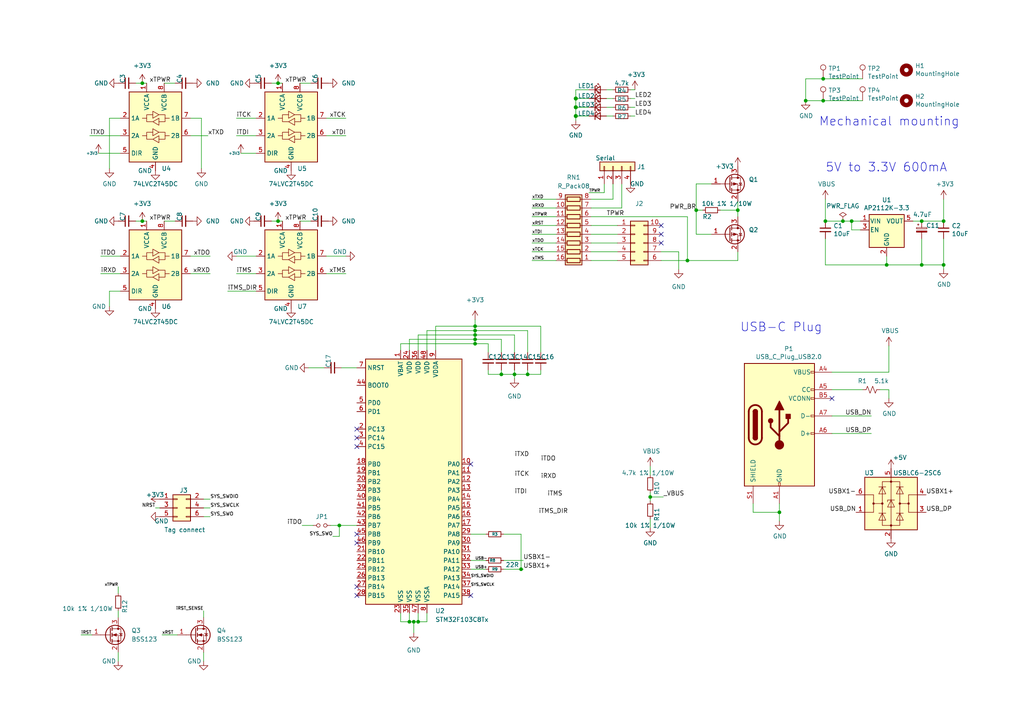
<source format=kicad_sch>
(kicad_sch (version 20210621) (generator eeschema)
  (paper "A4")
  (title_block (title "Expansion Card Template") (date "2020-12-12") (rev "X1") (company "Framework") (comment 1 "This work is licensed under a Creative Commons Attribution 4.0 International License") (comment 4 "https://frame.work"))
  (junction (at 41.275 24.13))
  (junction (at 41.275 64.135))
  (junction (at 80.645 24.13))
  (junction (at 80.645 64.135))
  (junction (at 98.425 152.4))
  (junction (at 118.745 180.34))
  (junction (at 120.015 180.34))
  (junction (at 121.285 180.34))
  (junction (at 137.795 94.615))
  (junction (at 137.795 95.885))
  (junction (at 137.795 97.155))
  (junction (at 137.795 98.425))
  (junction (at 137.795 99.695))
  (junction (at 145.415 108.585))
  (junction (at 149.225 108.585))
  (junction (at 151.13 165.1))
  (junction (at 153.035 108.585))
  (junction (at 167.005 28.575) (diameter 1.016))
  (junction (at 167.005 31.115) (diameter 1.016))
  (junction (at 167.005 33.655) (diameter 1.016))
  (junction (at 188.595 144.145))
  (junction (at 199.39 75.565))
  (junction (at 201.93 60.96))
  (junction (at 213.995 60.96))
  (junction (at 226.06 148.59))
  (junction (at 233.68 29.21))
  (junction (at 238.76 22.86))
  (junction (at 238.76 29.21))
  (junction (at 239.395 64.135))
  (junction (at 244.475 64.135))
  (junction (at 247.015 64.135))
  (junction (at 257.175 76.835))
  (junction (at 267.335 64.135))
  (junction (at 267.335 76.835))
  (junction (at 273.685 64.135))
  (junction (at 273.685 76.835))
  (no_connect (at 103.505 124.46))
  (no_connect (at 103.505 127))
  (no_connect (at 103.505 129.54))
  (no_connect (at 103.505 154.94))
  (no_connect (at 103.505 157.48))
  (no_connect (at 103.505 170.18))
  (no_connect (at 103.505 172.72))
  (no_connect (at 136.525 134.62))
  (no_connect (at 136.525 172.72))
  (no_connect (at 191.77 65.405))
  (no_connect (at 191.77 67.945))
  (no_connect (at 191.77 70.485))
  (no_connect (at 241.3 115.57))
  (wire (pts (xy 23.495 184.15) (xy 26.67 184.15)))
  (wire (pts (xy 26.035 39.37) (xy 34.925 39.37)))
  (wire (pts (xy 28.575 44.45) (xy 34.925 44.45)))
  (wire (pts (xy 29.21 74.295) (xy 34.925 74.295)))
  (wire (pts (xy 29.21 79.375) (xy 34.925 79.375)))
  (wire (pts (xy 31.75 34.29) (xy 34.925 34.29)))
  (wire (pts (xy 31.75 48.895) (xy 31.75 34.29)))
  (wire (pts (xy 31.75 84.455) (xy 34.925 84.455)))
  (wire (pts (xy 31.75 88.9) (xy 31.75 84.455)))
  (wire (pts (xy 34.29 170.18) (xy 34.29 172.085)))
  (wire (pts (xy 34.29 177.165) (xy 34.29 179.07)))
  (wire (pts (xy 34.29 189.23) (xy 34.29 191.77)))
  (wire (pts (xy 39.37 24.13) (xy 41.275 24.13)))
  (wire (pts (xy 39.37 64.135) (xy 41.275 64.135)))
  (wire (pts (xy 41.275 24.13) (xy 42.545 24.13)))
  (wire (pts (xy 41.275 64.135) (xy 42.545 64.135)))
  (wire (pts (xy 45.085 147.32) (xy 46.355 147.32)))
  (wire (pts (xy 46.99 184.15) (xy 51.435 184.15)))
  (wire (pts (xy 47.625 24.13) (xy 50.8 24.13)))
  (wire (pts (xy 47.625 64.135) (xy 50.8 64.135)))
  (wire (pts (xy 55.245 39.37) (xy 60.325 39.37)))
  (wire (pts (xy 55.245 74.295) (xy 60.96 74.295)))
  (wire (pts (xy 55.245 79.375) (xy 60.96 79.375)))
  (wire (pts (xy 58.42 34.29) (xy 55.245 34.29)))
  (wire (pts (xy 58.42 48.895) (xy 58.42 34.29)))
  (wire (pts (xy 59.055 177.165) (xy 59.055 179.07)))
  (wire (pts (xy 59.055 189.23) (xy 59.055 191.77)))
  (wire (pts (xy 60.96 144.78) (xy 59.055 144.78)))
  (wire (pts (xy 60.96 147.32) (xy 59.055 147.32)))
  (wire (pts (xy 60.96 149.86) (xy 59.055 149.86)))
  (wire (pts (xy 66.04 84.455) (xy 74.295 84.455)))
  (wire (pts (xy 68.58 34.29) (xy 74.295 34.29)))
  (wire (pts (xy 68.58 39.37) (xy 74.295 39.37)))
  (wire (pts (xy 68.58 74.295) (xy 74.295 74.295)))
  (wire (pts (xy 68.58 79.375) (xy 74.295 79.375)))
  (wire (pts (xy 69.85 44.45) (xy 74.295 44.45)))
  (wire (pts (xy 78.74 24.13) (xy 80.645 24.13)))
  (wire (pts (xy 78.74 64.135) (xy 80.645 64.135)))
  (wire (pts (xy 80.645 24.13) (xy 81.915 24.13)))
  (wire (pts (xy 80.645 64.135) (xy 81.915 64.135)))
  (wire (pts (xy 86.995 24.13) (xy 90.17 24.13)))
  (wire (pts (xy 86.995 64.135) (xy 90.17 64.135)))
  (wire (pts (xy 87.63 152.4) (xy 90.805 152.4)))
  (wire (pts (xy 89.535 106.68) (xy 93.98 106.68)))
  (wire (pts (xy 94.615 34.29) (xy 100.33 34.29)))
  (wire (pts (xy 94.615 39.37) (xy 100.33 39.37)))
  (wire (pts (xy 94.615 74.295) (xy 100.33 74.295)))
  (wire (pts (xy 94.615 79.375) (xy 100.33 79.375)))
  (wire (pts (xy 95.885 152.4) (xy 98.425 152.4)))
  (wire (pts (xy 96.52 155.575) (xy 98.425 155.575)))
  (wire (pts (xy 98.425 152.4) (xy 103.505 152.4)))
  (wire (pts (xy 98.425 155.575) (xy 98.425 152.4)))
  (wire (pts (xy 99.06 106.68) (xy 103.505 106.68)))
  (wire (pts (xy 116.205 99.695) (xy 137.795 99.695)))
  (wire (pts (xy 116.205 101.6) (xy 116.205 99.695)))
  (wire (pts (xy 116.205 177.8) (xy 116.205 180.34)))
  (wire (pts (xy 116.205 180.34) (xy 118.745 180.34)))
  (wire (pts (xy 118.745 98.425) (xy 118.745 101.6)))
  (wire (pts (xy 118.745 177.8) (xy 118.745 180.34)))
  (wire (pts (xy 118.745 180.34) (xy 120.015 180.34)))
  (wire (pts (xy 120.015 180.34) (xy 121.285 180.34)))
  (wire (pts (xy 120.015 183.515) (xy 120.015 180.34)))
  (wire (pts (xy 121.285 97.155) (xy 137.795 97.155)))
  (wire (pts (xy 121.285 101.6) (xy 121.285 97.155)))
  (wire (pts (xy 121.285 177.8) (xy 121.285 180.34)))
  (wire (pts (xy 121.285 180.34) (xy 123.825 180.34)))
  (wire (pts (xy 123.825 95.885) (xy 123.825 101.6)))
  (wire (pts (xy 123.825 180.34) (xy 123.825 177.8)))
  (wire (pts (xy 126.365 94.615) (xy 137.795 94.615)))
  (wire (pts (xy 126.365 101.6) (xy 126.365 94.615)))
  (wire (pts (xy 136.525 154.94) (xy 140.97 154.94)))
  (wire (pts (xy 136.525 162.56) (xy 140.97 162.56)))
  (wire (pts (xy 136.525 165.1) (xy 140.97 165.1)))
  (wire (pts (xy 137.795 92.71) (xy 137.795 94.615)))
  (wire (pts (xy 137.795 94.615) (xy 137.795 95.885)))
  (wire (pts (xy 137.795 94.615) (xy 156.845 94.615)))
  (wire (pts (xy 137.795 95.885) (xy 123.825 95.885)))
  (wire (pts (xy 137.795 95.885) (xy 137.795 97.155)))
  (wire (pts (xy 137.795 97.155) (xy 137.795 98.425)))
  (wire (pts (xy 137.795 97.155) (xy 149.225 97.155)))
  (wire (pts (xy 137.795 98.425) (xy 118.745 98.425)))
  (wire (pts (xy 137.795 98.425) (xy 137.795 99.695)))
  (wire (pts (xy 137.795 99.695) (xy 141.605 99.695)))
  (wire (pts (xy 141.605 99.695) (xy 141.605 102.235)))
  (wire (pts (xy 141.605 107.315) (xy 141.605 108.585)))
  (wire (pts (xy 141.605 108.585) (xy 145.415 108.585)))
  (wire (pts (xy 145.415 98.425) (xy 137.795 98.425)))
  (wire (pts (xy 145.415 102.235) (xy 145.415 98.425)))
  (wire (pts (xy 145.415 107.315) (xy 145.415 108.585)))
  (wire (pts (xy 145.415 108.585) (xy 149.225 108.585)))
  (wire (pts (xy 146.05 154.94) (xy 151.13 154.94)))
  (wire (pts (xy 146.05 162.56) (xy 151.765 162.56)))
  (wire (pts (xy 146.05 165.1) (xy 151.13 165.1)))
  (wire (pts (xy 149.225 97.155) (xy 149.225 102.235)))
  (wire (pts (xy 149.225 107.315) (xy 149.225 108.585)))
  (wire (pts (xy 149.225 108.585) (xy 149.225 109.855)))
  (wire (pts (xy 149.225 108.585) (xy 153.035 108.585)))
  (wire (pts (xy 151.13 154.94) (xy 151.13 165.1)))
  (wire (pts (xy 151.13 165.1) (xy 151.765 165.1)))
  (wire (pts (xy 153.035 95.885) (xy 137.795 95.885)))
  (wire (pts (xy 153.035 102.235) (xy 153.035 95.885)))
  (wire (pts (xy 153.035 107.315) (xy 153.035 108.585)))
  (wire (pts (xy 153.035 108.585) (xy 156.845 108.585)))
  (wire (pts (xy 154.305 57.785) (xy 161.29 57.785)))
  (wire (pts (xy 154.305 60.325) (xy 161.29 60.325)))
  (wire (pts (xy 154.305 62.865) (xy 161.29 62.865)))
  (wire (pts (xy 154.305 65.405) (xy 161.29 65.405)))
  (wire (pts (xy 154.305 67.945) (xy 161.29 67.945)))
  (wire (pts (xy 154.305 70.485) (xy 161.29 70.485)))
  (wire (pts (xy 154.305 73.025) (xy 161.29 73.025)))
  (wire (pts (xy 154.305 75.565) (xy 161.29 75.565)))
  (wire (pts (xy 156.845 94.615) (xy 156.845 102.235)))
  (wire (pts (xy 156.845 108.585) (xy 156.845 107.315)))
  (wire (pts (xy 167.005 26.035) (xy 167.005 28.575)))
  (wire (pts (xy 167.005 28.575) (xy 167.005 31.115)))
  (wire (pts (xy 167.005 28.575) (xy 170.815 28.575)))
  (wire (pts (xy 167.005 31.115) (xy 167.005 33.655)))
  (wire (pts (xy 167.005 31.115) (xy 170.815 31.115)))
  (wire (pts (xy 167.005 33.655) (xy 167.005 34.925)))
  (wire (pts (xy 167.005 33.655) (xy 170.815 33.655)))
  (wire (pts (xy 170.815 26.035) (xy 167.005 26.035)))
  (wire (pts (xy 170.815 55.88) (xy 175.26 55.88)))
  (wire (pts (xy 171.45 57.785) (xy 177.8 57.785)))
  (wire (pts (xy 171.45 60.325) (xy 180.34 60.325)))
  (wire (pts (xy 171.45 65.405) (xy 179.07 65.405)))
  (wire (pts (xy 171.45 67.945) (xy 179.07 67.945)))
  (wire (pts (xy 171.45 70.485) (xy 179.07 70.485)))
  (wire (pts (xy 171.45 73.025) (xy 179.07 73.025)))
  (wire (pts (xy 171.45 75.565) (xy 179.07 75.565)))
  (wire (pts (xy 175.26 53.34) (xy 175.26 55.88)))
  (wire (pts (xy 175.895 26.035) (xy 177.8 26.035)))
  (wire (pts (xy 175.895 28.575) (xy 177.8 28.575)))
  (wire (pts (xy 175.895 31.115) (xy 177.8 31.115)))
  (wire (pts (xy 175.895 33.655) (xy 177.8 33.655)))
  (wire (pts (xy 177.8 57.785) (xy 177.8 53.34)))
  (wire (pts (xy 180.34 60.325) (xy 180.34 53.34)))
  (wire (pts (xy 182.88 26.035) (xy 184.15 26.035)))
  (wire (pts (xy 182.88 28.575) (xy 184.15 28.575)))
  (wire (pts (xy 182.88 31.115) (xy 184.15 31.115)))
  (wire (pts (xy 182.88 33.655) (xy 184.15 33.655)))
  (wire (pts (xy 188.595 135.255) (xy 188.595 137.795)))
  (wire (pts (xy 188.595 142.875) (xy 188.595 144.145)))
  (wire (pts (xy 188.595 144.145) (xy 188.595 145.415)))
  (wire (pts (xy 188.595 144.145) (xy 192.405 144.145)))
  (wire (pts (xy 188.595 150.495) (xy 188.595 153.035)))
  (wire (pts (xy 191.77 73.025) (xy 196.85 73.025)))
  (wire (pts (xy 191.77 75.565) (xy 199.39 75.565)))
  (wire (pts (xy 196.85 73.025) (xy 196.85 78.105)))
  (wire (pts (xy 199.39 62.865) (xy 171.45 62.865)))
  (wire (pts (xy 199.39 75.565) (xy 199.39 62.865)))
  (wire (pts (xy 199.39 75.565) (xy 213.995 75.565)))
  (wire (pts (xy 201.93 53.34) (xy 206.375 53.34)))
  (wire (pts (xy 201.93 60.96) (xy 201.93 53.34)))
  (wire (pts (xy 201.93 67.945) (xy 201.93 60.96)))
  (wire (pts (xy 203.835 60.96) (xy 201.93 60.96)))
  (wire (pts (xy 206.375 67.945) (xy 201.93 67.945)))
  (wire (pts (xy 213.995 58.42) (xy 213.995 60.96)))
  (wire (pts (xy 213.995 60.96) (xy 208.915 60.96)))
  (wire (pts (xy 213.995 60.96) (xy 213.995 62.865)))
  (wire (pts (xy 213.995 75.565) (xy 213.995 73.025)))
  (wire (pts (xy 218.44 146.05) (xy 218.44 148.59)))
  (wire (pts (xy 218.44 148.59) (xy 226.06 148.59)))
  (wire (pts (xy 226.06 148.59) (xy 226.06 146.05)))
  (wire (pts (xy 226.06 151.13) (xy 226.06 148.59)))
  (wire (pts (xy 233.68 22.86) (xy 233.68 29.21)))
  (wire (pts (xy 238.76 22.86) (xy 233.68 22.86)))
  (wire (pts (xy 238.76 29.21) (xy 233.68 29.21)))
  (wire (pts (xy 239.395 57.785) (xy 239.395 64.135)))
  (wire (pts (xy 239.395 64.135) (xy 244.475 64.135)))
  (wire (pts (xy 239.395 69.215) (xy 239.395 76.835)))
  (wire (pts (xy 239.395 76.835) (xy 257.175 76.835)))
  (wire (pts (xy 241.3 107.95) (xy 257.81 107.95)))
  (wire (pts (xy 241.3 113.03) (xy 250.19 113.03)))
  (wire (pts (xy 241.3 120.65) (xy 252.73 120.65)))
  (wire (pts (xy 241.3 125.73) (xy 252.73 125.73)))
  (wire (pts (xy 244.475 64.135) (xy 247.015 64.135)))
  (wire (pts (xy 247.015 64.135) (xy 249.555 64.135)))
  (wire (pts (xy 247.015 66.675) (xy 247.015 64.135)))
  (wire (pts (xy 249.555 66.675) (xy 247.015 66.675)))
  (wire (pts (xy 250.19 22.86) (xy 238.76 22.86)))
  (wire (pts (xy 250.19 29.21) (xy 238.76 29.21)))
  (wire (pts (xy 255.27 113.03) (xy 257.81 113.03)))
  (wire (pts (xy 257.175 74.295) (xy 257.175 76.835)))
  (wire (pts (xy 257.175 76.835) (xy 267.335 76.835)))
  (wire (pts (xy 257.81 107.95) (xy 257.81 100.33)))
  (wire (pts (xy 257.81 113.03) (xy 257.81 115.57)))
  (wire (pts (xy 264.795 64.135) (xy 267.335 64.135)))
  (wire (pts (xy 267.335 64.135) (xy 273.685 64.135)))
  (wire (pts (xy 267.335 69.215) (xy 267.335 76.835)))
  (wire (pts (xy 267.335 76.835) (xy 273.685 76.835)))
  (wire (pts (xy 273.685 57.785) (xy 273.685 64.135)))
  (wire (pts (xy 273.685 69.215) (xy 273.685 76.835)))
  (wire (pts (xy 273.685 76.835) (xy 273.685 78.105)))
  (text "USB-C Plug" (at 214.63 96.52 0) (effects (font (size 2.54 2.54)) (justify left bottom)))
  (text "Mechanical mounting" (at 237.49 36.83 0) (effects (font (size 2.54 2.54)) (justify left bottom)))
  (text "5V to 3.3V 600mA" (at 239.395 50.165 0) (effects (font (size 2.54 2.54)) (justify left bottom)))
  (label "iRST" (at 23.495 184.15 0) (effects (font (size 0.9 0.9))))
  (label "iTXD" (at 26.162 39.37 0))
  (label "iTDO" (at 29.21 74.295 0))
  (label "iRXD" (at 29.21 79.375 0))
  (label "xTPWR" (at 34.29 170.18 180) (effects (font (size 0.8 0.8))))
  (label "NRST" (at 45.085 147.32 180) (effects (font (size 0.9906 0.9906))))
  (label "xRST" (at 46.99 184.15 0) (effects (font (size 0.9 0.9))))
  (label "xTPWR" (at 49.53 24.13 180))
  (label "xTPWR" (at 49.53 64.135 180))
  (label "iRST_SENSE" (at 59.055 177.165 180) (effects (font (size 0.9 0.9))))
  (label "xTXD" (at 60.325 39.37 0))
  (label "xTDO" (at 60.96 74.295 180))
  (label "xRXD" (at 60.96 79.375 180))
  (label "SYS_SWDIO" (at 60.96 144.78 0) (effects (font (size 0.9906 0.9906))))
  (label "SYS_SWCLK" (at 60.96 147.32 0) (effects (font (size 0.9906 0.9906))))
  (label "SYS_SWO" (at 60.96 149.86 0) (effects (font (size 0.9906 0.9906))))
  (label "iTMS_DIR" (at 66.04 84.455 0))
  (label "iTCK" (at 68.58 34.29 0))
  (label "iTDI" (at 68.58 39.37 0))
  (label "iTMS" (at 68.58 79.375 0))
  (label "iTDO" (at 87.63 152.4 180))
  (label "xTPWR" (at 88.9 24.13 180))
  (label "xTPWR" (at 88.9 64.135 180))
  (label "SYS_SWO" (at 96.52 155.575 180) (effects (font (size 0.9906 0.9906))))
  (label "xTCK" (at 100.33 34.29 180))
  (label "xTDI" (at 100.33 39.37 180))
  (label "xTMS" (at 100.33 79.375 180))
  (label "SYS_SWDIO" (at 136.525 167.64 0) (effects (font (size 0.8 0.8))))
  (label "SYS_SWCLK" (at 136.525 170.18 0) (effects (font (size 0.8 0.8))))
  (label "USB-" (at 137.795 162.56 0) (effects (font (size 0.8 0.8))))
  (label "USB+" (at 137.795 165.1 0) (effects (font (size 0.8 0.8))))
  (label "iTXD" (at 149.225 132.715 0))
  (label "iTCK" (at 149.225 138.43 0))
  (label "iTDI" (at 149.225 143.51 0))
  (label "USBX1-" (at 151.765 162.56 0))
  (label "USBX1+" (at 151.765 165.1 0))
  (label "xTXD" (at 154.305 57.785 0) (effects (font (size 0.9 0.9))))
  (label "xRXD" (at 154.305 60.325 0) (effects (font (size 0.9 0.9))))
  (label "xTPWR" (at 154.305 62.865 0) (effects (font (size 0.9 0.9))))
  (label "xRST" (at 154.305 65.405 0) (effects (font (size 0.9 0.9))))
  (label "xTDI" (at 154.305 67.945 0) (effects (font (size 0.9 0.9))))
  (label "xTDO" (at 154.305 70.485 0) (effects (font (size 0.9 0.9))))
  (label "xTCK" (at 154.305 73.025 0) (effects (font (size 0.9 0.9))))
  (label "xTMS" (at 154.305 75.565 0) (effects (font (size 0.9 0.9))))
  (label "iTMS_DIR" (at 156.21 149.225 0))
  (label "iTDO" (at 156.845 133.985 0))
  (label "iRXD" (at 156.845 139.065 0))
  (label "iTMS" (at 158.75 144.145 0))
  (label "TPWR" (at 170.815 55.88 0) (effects (font (size 0.8 0.8))))
  (label "TPWR" (at 175.895 62.865 0))
  (label "LED2" (at 184.15 28.575 0))
  (label "LED3" (at 184.15 31.115 0))
  (label "LED4" (at 184.15 33.655 0))
  (label "_VBUS" (at 192.405 144.145 0))
  (label "PWR_BR" (at 201.93 60.96 180))
  (label "USBX1-" (at 248.285 143.51 180))
  (label "USB_DN" (at 248.285 148.59 180))
  (label "USB_DN" (at 252.73 120.65 180))
  (label "USB_DP" (at 252.73 125.73 180))
  (label "USBX1+" (at 268.605 143.51 0))
  (label "USB_DP" (at 268.605 148.59 0))
  (symbol (lib_id "power:+3V3") (at 28.575 44.45 0) (unit 1)
    (property "Reference" "#PWR032" (effects hide))
    (property "Value" "+3V3" (at 26.67 44.45 0) (effects (font (size 0.8 0.8))))
  )
  (symbol (lib_id "power:+3V3") (at 41.275 24.13 0) (unit 1)
    (property "Reference" "#PWR012" (effects hide))
    (property "Value" "+3V3" (at 41.275 19.05 0))
  )
  (symbol (lib_id "power:+3V3") (at 41.275 64.135 0) (unit 1)
    (property "Reference" "#PWR021" (effects hide))
    (property "Value" "+3V3" (at 41.275 59.055 0))
  )
  (symbol (lib_id "power:+3V3") (at 46.355 144.78 90) (unit 1)
    (property "Reference" "#PWR0105" (effects hide))
    (property "Value" "+3V3" (at 47.625 143.51 90) (effects (justify left)))
  )
  (symbol (lib_id "power:+3V3") (at 69.85 44.45 0) (unit 1)
    (property "Reference" "#PWR033" (effects hide))
    (property "Value" "+3V3" (at 67.945 44.45 0) (effects (font (size 0.8 0.8))))
  )
  (symbol (lib_id "power:+3V3") (at 80.645 24.13 0) (unit 1)
    (property "Reference" "#PWR015" (effects hide))
    (property "Value" "+3V3" (at 80.645 19.05 0))
  )
  (symbol (lib_id "power:+3V3") (at 80.645 64.135 0) (unit 1)
    (property "Reference" "#PWR024" (effects hide))
    (property "Value" "+3V3" (at 80.645 59.055 0))
  )
  (symbol (lib_id "power:+3V3") (at 137.795 92.71 0) (unit 1)
    (property "Reference" "#PWR028" (effects hide))
    (property "Value" "+3V3" (at 137.795 86.995 0))
  )
  (symbol (lib_id "power:+3.3V") (at 184.15 26.035 0) (unit 1)
    (property "Reference" "#PWR017" (effects hide))
    (property "Value" "+3.3V" (at 184.531 21.6408 0))
  )
  (symbol (lib_id "power:VBUS") (at 188.595 135.255 0) (unit 1)
    (property "Reference" "#PWR030" (effects hide))
    (property "Value" "VBUS" (at 188.976 130.8608 0))
  )
  (symbol (lib_id "power:+3V3") (at 213.995 48.26 0) (unit 1)
    (property "Reference" "#PWR07" (effects hide))
    (property "Value" "+3V3" (at 210.185 48.26 0))
  )
  (symbol (lib_id "power:VBUS") (at 239.395 57.785 0) (unit 1)
    (property "Reference" "#PWR04" (effects hide))
    (property "Value" "VBUS" (at 239.776 53.3908 0))
  )
  (symbol (lib_id "power:VBUS") (at 257.81 100.33 0) (unit 1)
    (property "Reference" "#PWR02" (effects hide))
    (property "Value" "VBUS" (at 258.191 95.9358 0))
  )
  (symbol (lib_id "power:+5V") (at 258.445 135.89 0) (unit 1)
    (property "Reference" "#PWR0104" (effects hide))
    (property "Value" "+5V" (at 260.985 132.715 0))
  )
  (symbol (lib_id "power:+3.3V") (at 273.685 57.785 0) (unit 1)
    (property "Reference" "#PWR05" (effects hide))
    (property "Value" "+3.3V" (at 274.066 53.3908 0))
  )
  (symbol (lib_id "power:PWR_FLAG") (at 244.475 64.135 0) (unit 1)
    (property "Reference" "#FLG01" (effects hide))
    (property "Value" "PWR_FLAG" (at 244.475 59.7408 0))
  )
  (symbol (lib_id "Device:Jumper_NO_Small") (at 93.345 152.4 0) (unit 1)
    (property "Reference" "JP1" (at 93.345 149.86 0))
    (property "Value" "Jumper_NO_Small" (effects hide))
    (property "Footprint" "Jumper:SolderJumper-2_P1.3mm_Open_RoundedPad1.0x1.5mm" (effects hide))
  )
  (symbol (lib_id "Connector:TestPoint") (at 238.76 22.86 0) (unit 1)
    (property "Reference" "TP1" (at 240.2332 19.8628 0) (effects (justify left)))
    (property "Value" "TestPoint" (at 240.2332 22.1742 0) (effects (justify left)))
    (property "Footprint" "TestPoint:TestPoint_Pad_1.5x1.5mm" (effects hide))
  )
  (symbol (lib_id "Connector:TestPoint") (at 238.76 29.21 0) (unit 1)
    (property "Reference" "TP3" (at 240.2332 26.2128 0) (effects (justify left)))
    (property "Value" "TestPoint" (at 240.2332 28.5242 0) (effects (justify left)))
    (property "Footprint" "TestPoint:TestPoint_Pad_1.5x1.5mm" (effects hide))
  )
  (symbol (lib_id "Connector:TestPoint") (at 250.19 22.86 0) (unit 1)
    (property "Reference" "TP2" (at 251.6632 19.8628 0) (effects (justify left)))
    (property "Value" "TestPoint" (at 251.6632 22.1742 0) (effects (justify left)))
    (property "Footprint" "TestPoint:TestPoint_Pad_1.5x1.5mm" (effects hide))
  )
  (symbol (lib_id "Connector:TestPoint") (at 250.19 29.21 0) (unit 1)
    (property "Reference" "TP4" (at 251.6632 26.2128 0) (effects (justify left)))
    (property "Value" "TestPoint" (at 251.6632 28.5242 0) (effects (justify left)))
    (property "Footprint" "TestPoint:TestPoint_Pad_1.5x1.5mm" (effects hide))
  )
  (symbol (lib_id "power:GND") (at 31.75 48.895 0) (unit 1)
    (property "Reference" "#PWR034" (effects hide))
    (property "Value" "GND" (at 31.75 53.34 0))
  )
  (symbol (lib_id "power:GND") (at 31.75 88.9 0) (unit 1)
    (property "Reference" "#PWR038" (effects hide))
    (property "Value" "GND" (at 26.6699 88.9 0) (effects (justify left)))
  )
  (symbol (lib_id "power:GND") (at 34.29 24.13 270) (unit 1)
    (property "Reference" "#PWR011" (effects hide))
    (property "Value" "GND" (at 27.305 24.1299 90) (effects (justify left)))
  )
  (symbol (lib_id "power:GND") (at 34.29 64.135 270) (unit 1)
    (property "Reference" "#PWR020" (effects hide))
    (property "Value" "GND" (at 27.305 64.1349 90) (effects (justify left)))
  )
  (symbol (lib_id "power:GND") (at 34.29 191.77 0) (unit 1)
    (property "Reference" "#PWR0109" (effects hide))
    (property "Value" "GND" (at 33.655 191.77 0) (effects (justify right)))
  )
  (symbol (lib_id "power:GND") (at 45.085 49.53 0) (unit 1)
    (property "Reference" "#PWR018" (effects hide))
    (property "Value" "GND" (at 40.0049 49.53 0) (effects (justify left)))
  )
  (symbol (lib_id "power:GND") (at 45.085 89.535 0) (unit 1)
    (property "Reference" "#PWR026" (effects hide))
    (property "Value" "GND" (at 40.0049 89.535 0) (effects (justify left)))
  )
  (symbol (lib_id "power:GND") (at 46.355 149.86 270) (unit 1)
    (property "Reference" "#PWR0106" (effects hide))
    (property "Value" "GND" (at 48.895 151.13 90) (effects (justify right)))
  )
  (symbol (lib_id "power:GND") (at 55.88 24.13 90) (unit 1)
    (property "Reference" "#PWR013" (effects hide))
    (property "Value" "GND" (at 59.69 24.1299 90) (effects (justify right)))
  )
  (symbol (lib_id "power:GND") (at 55.88 64.135 90) (unit 1)
    (property "Reference" "#PWR022" (effects hide))
    (property "Value" "GND" (at 59.69 64.1349 90) (effects (justify right)))
  )
  (symbol (lib_id "power:GND") (at 58.42 48.895 0) (unit 1)
    (property "Reference" "#PWR035" (effects hide))
    (property "Value" "GND" (at 58.42 53.34 0))
  )
  (symbol (lib_id "power:GND") (at 59.055 191.77 0) (unit 1)
    (property "Reference" "#PWR0108" (effects hide))
    (property "Value" "GND" (at 58.42 191.77 0) (effects (justify right)))
  )
  (symbol (lib_id "power:GND") (at 68.58 74.295 270) (unit 1)
    (property "Reference" "#PWR036" (effects hide))
    (property "Value" "GND" (at 71.755 73.0249 90) (effects (justify right)))
  )
  (symbol (lib_id "power:GND") (at 73.66 24.13 270) (unit 1)
    (property "Reference" "#PWR014" (effects hide))
    (property "Value" "GND" (at 66.675 24.1299 90) (effects (justify left)))
  )
  (symbol (lib_id "power:GND") (at 73.66 64.135 270) (unit 1)
    (property "Reference" "#PWR023" (effects hide))
    (property "Value" "GND" (at 66.675 64.1349 90) (effects (justify left)))
  )
  (symbol (lib_id "power:GND") (at 84.455 49.53 0) (unit 1)
    (property "Reference" "#PWR019" (effects hide))
    (property "Value" "GND" (at 79.3749 49.53 0) (effects (justify left)))
  )
  (symbol (lib_id "power:GND") (at 84.455 89.535 0) (unit 1)
    (property "Reference" "#PWR027" (effects hide))
    (property "Value" "GND" (at 79.3749 89.535 0) (effects (justify left)))
  )
  (symbol (lib_id "power:GND") (at 89.535 106.68 270) (unit 1)
    (property "Reference" "#PWR0107" (effects hide))
    (property "Value" "GND" (at 82.55 106.6799 90) (effects (justify left)))
  )
  (symbol (lib_id "power:GND") (at 95.25 24.13 90) (unit 1)
    (property "Reference" "#PWR016" (effects hide))
    (property "Value" "GND" (at 99.06 24.1299 90) (effects (justify right)))
  )
  (symbol (lib_id "power:GND") (at 95.25 64.135 90) (unit 1)
    (property "Reference" "#PWR025" (effects hide))
    (property "Value" "GND" (at 99.06 64.1349 90) (effects (justify right)))
  )
  (symbol (lib_id "power:GND") (at 100.33 74.295 90) (unit 1)
    (property "Reference" "#PWR037" (effects hide))
    (property "Value" "GND" (at 96.52 73.0249 90) (effects (justify right)))
  )
  (symbol (lib_id "power:GND") (at 120.015 183.515 0) (unit 1)
    (property "Reference" "#PWR09" (effects hide))
    (property "Value" "GND" (at 120.015 188.595 0))
  )
  (symbol (lib_id "power:GND") (at 149.225 109.855 0) (unit 1)
    (property "Reference" "#PWR029" (effects hide))
    (property "Value" "GND" (at 149.225 114.935 0))
  )
  (symbol (lib_id "power:GND") (at 167.005 34.925 0) (unit 1)
    (property "Reference" "#PWR010" (effects hide))
    (property "Value" "GND" (at 167.005 39.2494 0))
  )
  (symbol (lib_id "power:GND") (at 182.88 53.34 0) (unit 1)
    (property "Reference" "#PWR0102" (effects hide))
    (property "Value" "GND" (at 184.785 53.34 0))
  )
  (symbol (lib_id "power:GND") (at 188.595 153.035 0) (unit 1)
    (property "Reference" "#PWR031" (effects hide))
    (property "Value" "GND" (at 188.595 157.48 0))
  )
  (symbol (lib_id "power:GND") (at 196.85 78.105 0) (unit 1)
    (property "Reference" "#PWR08" (effects hide))
    (property "Value" "GND" (at 196.85 83.185 0))
  )
  (symbol (lib_id "power:GND") (at 226.06 151.13 0) (unit 1)
    (property "Reference" "#PWR01" (effects hide))
    (property "Value" "GND" (at 226.187 155.5242 0))
  )
  (symbol (lib_id "power:GND") (at 233.68 29.21 0) (unit 1)
    (property "Reference" "#PWR0101" (effects hide))
    (property "Value" "GND" (at 233.807 33.6042 0))
  )
  (symbol (lib_id "power:GND") (at 257.81 115.57 0) (unit 1)
    (property "Reference" "#PWR03" (effects hide))
    (property "Value" "GND" (at 257.937 119.9642 0))
  )
  (symbol (lib_id "power:GND") (at 258.445 156.21 0) (unit 1)
    (property "Reference" "#PWR0103" (effects hide))
    (property "Value" "GND" (at 258.445 160.655 0))
  )
  (symbol (lib_id "power:GND") (at 273.685 78.105 0) (unit 1)
    (property "Reference" "#PWR06" (effects hide))
    (property "Value" "GND" (at 273.812 82.4992 0))
  )
  (symbol (lib_id "Device:R_Small") (at 34.29 174.625 0) (unit 1)
    (property "Reference" "R12" (at 36.195 175.895 90))
    (property "Value" "10k 1% 1/10W" (at 25.4 176.53 0))
    (property "Footprint" "Resistor_SMD:R_0603_1608Metric" (effects hide))
    (property "LCSC" "C504054" (effects hide))
    (property "STOCK" "BI000000418" (effects hide))
  )
  (symbol (lib_id "Device:R_Small") (at 143.51 154.94 270) (unit 1)
    (property "Reference" "R3" (at 143.51 154.94 90) (effects (font (size 0.8 0.8))))
    (property "Value" "1.5k" (effects hide))
    (property "Footprint" "Resistor_SMD:R_0603_1608Metric" (effects hide))
    (property "LCSC" "XXXXX" (effects hide))
    (property "STOCK" "XXXXX" (effects hide))
  )
  (symbol (lib_id "Device:R_Small") (at 143.51 162.56 270) (unit 1)
    (property "Reference" "R8" (at 142.875 162.56 90) (effects (font (size 0.8 0.8))))
    (property "Value" "22R" (at 148.59 163.83 90))
    (property "Footprint" "Resistor_SMD:R_0603_1608Metric" (effects hide))
    (property "LCSC" "XXXXX" (effects hide))
    (property "STOCK" "XXXXX" (effects hide))
  )
  (symbol (lib_id "Device:R_Small") (at 143.51 165.1 270) (unit 1)
    (property "Reference" "R9" (at 143.51 165.1 90) (effects (font (size 0.8 0.8))))
    (property "Value" "22R" (effects hide))
    (property "Footprint" "Resistor_SMD:R_0603_1608Metric" (effects hide))
    (property "LCSC" "XXXXX" (effects hide))
    (property "STOCK" "XXXXX" (effects hide))
  )
  (symbol (lib_id "Device:R_Small") (at 180.34 26.035 90) (unit 1)
    (property "Reference" "R4" (at 180.34 26.3102 90))
    (property "Value" "4.7k" (at 180.34 24.1639 90))
    (property "Footprint" "Resistor_SMD:R_0603_1608Metric" (effects hide))
    (property "LCSC" "C23162" (effects hide))
    (property "STOCK" "BI000000407" (effects hide))
  )
  (symbol (lib_id "Device:R_Small") (at 180.34 28.575 90) (unit 1)
    (property "Reference" "R5" (at 180.34 28.8502 90))
    (property "Value" "4.7k" (effects hide))
    (property "Footprint" "Resistor_SMD:R_0603_1608Metric" (effects hide))
    (property "LCSC" "C23162" (effects hide))
    (property "STOCK" "BI000000407" (effects hide))
  )
  (symbol (lib_id "Device:R_Small") (at 180.34 31.115 90) (unit 1)
    (property "Reference" "R6" (at 180.34 31.3902 90))
    (property "Value" "4.7k" (effects hide))
    (property "Footprint" "Resistor_SMD:R_0603_1608Metric" (effects hide))
    (property "LCSC" "C23162" (effects hide))
    (property "STOCK" "BI000000407" (effects hide))
  )
  (symbol (lib_id "Device:R_Small") (at 180.34 33.655 90) (unit 1)
    (property "Reference" "R7" (at 180.34 33.9302 90))
    (property "Value" "4.7k" (effects hide))
    (property "Footprint" "Resistor_SMD:R_0603_1608Metric" (effects hide))
    (property "LCSC" "C23162" (effects hide))
    (property "STOCK" "BI000000407" (effects hide))
  )
  (symbol (lib_id "Device:R_Small") (at 188.595 140.335 0) (unit 1)
    (property "Reference" "R10" (at 190.5 141.605 90))
    (property "Value" "4.7k 1% 1/10W" (at 187.96 137.16 0))
    (property "Footprint" "Resistor_SMD:R_0603_1608Metric" (effects hide))
    (property "LCSC" "XXXXXXXXXXX" (effects hide))
    (property "STOCK" "BI000000407" (effects hide))
  )
  (symbol (lib_id "Device:R_Small") (at 188.595 147.955 0) (unit 1)
    (property "Reference" "R11" (at 190.5 149.225 90))
    (property "Value" "10k 1% 1/10W" (at 188.595 152.4 0))
    (property "Footprint" "Resistor_SMD:R_0603_1608Metric" (effects hide))
    (property "LCSC" "C504054" (effects hide))
    (property "STOCK" "BI000000418" (effects hide))
  )
  (symbol (lib_id "Device:R_Small") (at 206.375 60.96 270) (unit 1)
    (property "Reference" "R2" (at 205.105 62.865 90))
    (property "Value" "10k 1% 1/10W" (at 210.82 59.055 90))
    (property "Footprint" "Resistor_SMD:R_0603_1608Metric" (effects hide))
    (property "LCSC" "C504054" (effects hide))
    (property "STOCK" "BI000000418" (effects hide))
  )
  (symbol (lib_id "Device:R_Small_US") (at 252.73 113.03 90) (unit 1)
    (property "Reference" "R1" (at 251.46 110.49 90) (effects (justify left)))
    (property "Value" "5.1k" (at 257.81 110.49 90) (effects (justify left)))
    (property "Footprint" "Resistor_SMD:R_0603_1608Metric" (effects hide))
  )
  (symbol (lib_id "Mechanical:MountingHole") (at 262.89 20.32 0) (unit 1)
    (property "Reference" "H1" (at 265.43 19.0754 0) (effects (justify left)))
    (property "Value" "MountingHole" (at 265.43 21.3868 0) (effects (justify left)))
    (property "Footprint" "MountingHole:MountingHole_2.2mm_M2" (effects hide))
  )
  (symbol (lib_id "Mechanical:MountingHole") (at 262.89 29.21 0) (unit 1)
    (property "Reference" "H2" (at 265.43 27.9654 0) (effects (justify left)))
    (property "Value" "MountingHole" (at 265.43 30.2768 0) (effects (justify left)))
    (property "Footprint" "MountingHole:MountingHole_2.2mm_M2" (effects hide))
  )
  (symbol (lib_id "Device:LED_Small") (at 173.355 26.035 0) (unit 1)
    (property "Reference" "LED1" (at 170.053 24.9006 0))
    (property "Value" "GREEN" (effects hide))
    (property "Footprint" "LED_SMD:LED_0805_2012Metric" (effects hide))
    (property "LCSC" "C2297" (effects hide))
  )
  (symbol (lib_id "Device:LED_Small") (at 173.355 28.575 0) (unit 1)
    (property "Reference" "LED2" (at 170.053 27.8216 0))
    (property "Value" "RED" (effects hide))
    (property "Footprint" "LED_SMD:LED_0805_2012Metric" (effects hide))
    (property "LCSC" "C84256" (effects hide))
  )
  (symbol (lib_id "Device:LED_Small") (at 173.355 31.115 0) (unit 1)
    (property "Reference" "LED3" (at 170.053 30.3616 0))
    (property "Value" "BLUE" (effects hide))
    (property "Footprint" "LED_SMD:LED_0805_2012Metric" (effects hide))
    (property "LCSC" "C2293" (effects hide))
  )
  (symbol (lib_id "Device:LED_Small") (at 173.355 33.655 0) (unit 1)
    (property "Reference" "LED4" (at 170.053 32.9016 0))
    (property "Value" "AMBER" (effects hide))
    (property "Footprint" "LED_SMD:LED_0805_2012Metric" (effects hide))
    (property "LCSC" "C2296" (effects hide))
  )
  (symbol (lib_id "Device:CP_Small") (at 267.335 66.675 0) (unit 1)
    (property "Reference" "C11" (at 268.605 65.405 0) (effects (justify left)))
    (property "Value" "4.7uF" (at 264.795 62.23 0) (effects (justify left)))
    (property "Footprint" "Capacitor_SMD:C_0805_2012Metric" (effects hide))
    (property "LCSC" "0805" (effects hide))
  )
  (symbol (lib_id "Device:C_Small") (at 36.83 24.13 90) (unit 1) (on_board no)
    (property "Reference" "C3" (at 35.56 24.13 0) (effects (justify left)))
    (property "Value" "100nF" (effects hide))
    (property "Footprint" "Capacitor_SMD:C_0805_2012Metric" (effects hide))
    (property "LCSC" "C49678" (effects hide))
  )
  (symbol (lib_id "Device:C_Small") (at 36.83 64.135 90) (unit 1) (on_board no)
    (property "Reference" "C7" (at 35.56 64.135 0) (effects (justify left)))
    (property "Value" "100nF" (effects hide))
    (property "Footprint" "Capacitor_SMD:C_0805_2012Metric" (effects hide))
    (property "LCSC" "C49678" (effects hide))
  )
  (symbol (lib_id "Device:C_Small") (at 53.34 24.13 90) (unit 1)
    (property "Reference" "C4" (at 52.07 24.13 0) (effects (justify left)))
    (property "Value" "100nF" (effects hide))
    (property "Footprint" "Capacitor_SMD:C_0805_2012Metric" (effects hide))
    (property "LCSC" "C49678" (effects hide))
  )
  (symbol (lib_id "Device:C_Small") (at 53.34 64.135 90) (unit 1) (on_board no)
    (property "Reference" "C8" (at 52.07 64.135 0) (effects (justify left)))
    (property "Value" "100nF" (effects hide))
    (property "Footprint" "Capacitor_SMD:C_0805_2012Metric" (effects hide))
    (property "LCSC" "C49678" (effects hide))
  )
  (symbol (lib_id "Device:C_Small") (at 76.2 24.13 90) (unit 1) (on_board no)
    (property "Reference" "C5" (at 74.93 24.13 0) (effects (justify left)))
    (property "Value" "100nF" (effects hide))
    (property "Footprint" "Capacitor_SMD:C_0805_2012Metric" (effects hide))
    (property "LCSC" "C49678" (effects hide))
  )
  (symbol (lib_id "Device:C_Small") (at 76.2 64.135 90) (unit 1) (on_board no)
    (property "Reference" "C9" (at 74.93 64.135 0) (effects (justify left)))
    (property "Value" "100nF" (effects hide))
    (property "Footprint" "Capacitor_SMD:C_0805_2012Metric" (effects hide))
    (property "LCSC" "C49678" (effects hide))
  )
  (symbol (lib_id "Device:C_Small") (at 92.71 24.13 90) (unit 1) (on_board no)
    (property "Reference" "C6" (at 91.44 24.13 0) (effects (justify left)))
    (property "Value" "100nF" (effects hide))
    (property "Footprint" "Capacitor_SMD:C_0805_2012Metric" (effects hide))
    (property "LCSC" "C49678" (effects hide))
  )
  (symbol (lib_id "Device:C_Small") (at 92.71 64.135 90) (unit 1) (on_board no)
    (property "Reference" "C10" (at 91.44 64.135 0) (effects (justify left)))
    (property "Value" "100nF" (effects hide))
    (property "Footprint" "Capacitor_SMD:C_0805_2012Metric" (effects hide))
    (property "LCSC" "C49678" (effects hide))
  )
  (symbol (lib_id "Device:C_Small") (at 96.52 106.68 90) (unit 1)
    (property "Reference" "C17" (at 95.25 106.68 0) (effects (justify left)))
    (property "Value" "100nF" (effects hide))
    (property "Footprint" "Capacitor_SMD:C_0805_2012Metric" (effects hide))
    (property "LCSC" "C49678" (effects hide))
  )
  (symbol (lib_id "Device:C_Small") (at 141.605 104.775 0) (unit 1)
    (property "Reference" "C12" (at 141.605 103.505 0) (effects (justify left)))
    (property "Value" "100nF" (effects hide))
    (property "Footprint" "Capacitor_SMD:C_0805_2012Metric" (effects hide))
    (property "LCSC" "C49678" (effects hide))
  )
  (symbol (lib_id "Device:C_Small") (at 145.415 104.775 0) (unit 1)
    (property "Reference" "C13" (at 145.415 103.505 0) (effects (justify left)))
    (property "Value" "100nF" (effects hide))
    (property "Footprint" "Capacitor_SMD:C_0805_2012Metric" (effects hide))
    (property "LCSC" "C49678" (effects hide))
  )
  (symbol (lib_id "Device:C_Small") (at 149.225 104.775 0) (unit 1) (on_board no)
    (property "Reference" "C14" (at 149.225 103.505 0) (effects (justify left)))
    (property "Value" "100nF" (effects hide))
    (property "Footprint" "Capacitor_SMD:C_0805_2012Metric" (effects hide))
    (property "LCSC" "C49678" (effects hide))
  )
  (symbol (lib_id "Device:C_Small") (at 153.035 104.775 0) (unit 1) (on_board no)
    (property "Reference" "C15" (at 153.035 103.505 0) (effects (justify left)))
    (property "Value" "100nF" (effects hide))
    (property "Footprint" "Capacitor_SMD:C_0805_2012Metric" (effects hide))
    (property "LCSC" "C49678" (effects hide))
  )
  (symbol (lib_id "Device:C_Small") (at 156.845 104.775 0) (unit 1) (on_board no)
    (property "Reference" "C16" (at 156.845 103.505 0) (effects (justify left)))
    (property "Value" "100nF" (effects hide))
    (property "Footprint" "Capacitor_SMD:C_0805_2012Metric" (effects hide))
    (property "LCSC" "C49678" (effects hide))
  )
  (symbol (lib_id "Device:C_Small") (at 239.395 66.675 0) (unit 1)
    (property "Reference" "C1" (at 241.7318 65.5066 0) (effects (justify left)))
    (property "Value" "10uF" (at 241.7318 67.818 0) (effects (justify left)))
    (property "Footprint" "Capacitor_SMD:C_0805_2012Metric" (effects hide))
  )
  (symbol (lib_id "Device:C_Small") (at 273.685 66.675 0) (unit 1)
    (property "Reference" "C2" (at 276.0218 65.5066 0) (effects (justify left)))
    (property "Value" "10uF" (at 276.0218 67.818 0) (effects (justify left)))
    (property "Footprint" "Capacitor_SMD:C_0805_2012Metric" (effects hide))
  )
  (symbol (lib_id "Connector_Generic:Conn_01x04") (at 177.8 48.26 90) (unit 1)
    (property "Reference" "J1" (at 184.785 48.3869 90) (effects (justify right)))
    (property "Value" "Serial" (at 172.72 45.8469 90) (effects (justify right)))
    (property "Footprint" "Connector_JST:JST_GH_BM04B-GHS-TBT_1x04-1MP_P1.25mm_Vertical" (effects hide))
  )
  (symbol (lib_id "Connector_Generic:Conn_02x03_Odd_Even") (at 51.435 147.32 0) (unit 1)
    (property "Reference" "J3" (at 52.07 142.24 0) (effects (justify left)))
    (property "Value" "Tag connect" (at 47.625 153.67 0) (effects (justify left)))
    (property "Footprint" "Connector:Tag-Connect_TC2030-IDC-NL_2x03_P1.27mm_Vertical" (effects hide))
  )
  (symbol (lib_id "Transistor_FET:BSS123") (at 31.75 184.15 0) (unit 1)
    (property "Reference" "Q3" (at 38.1 182.8799 0) (effects (justify left)))
    (property "Value" "BSS123" (at 38.1 185.4199 0) (effects (justify left)))
    (property "Footprint" "Package_TO_SOT_SMD:SOT-23" (effects hide))
    (property "Datasheet" "http://www.diodes.com/assets/Datasheets/ds30366.pdf" (effects hide))
  )
  (symbol (lib_id "Transistor_FET:BSS123") (at 56.515 184.15 0) (unit 1)
    (property "Reference" "Q4" (at 62.865 182.8799 0) (effects (justify left)))
    (property "Value" "BSS123" (at 62.865 185.4199 0) (effects (justify left)))
    (property "Footprint" "Package_TO_SOT_SMD:SOT-23" (effects hide))
    (property "Datasheet" "http://www.diodes.com/assets/Datasheets/ds30366.pdf" (effects hide))
  )
  (symbol (lib_id "Transistor_FET:BSS83P") (at 211.455 53.34 0) (unit 1)
    (property "Reference" "Q1" (at 217.17 52.0699 0) (effects (justify left)))
    (property "Value" "CJ3139KW / BSS83P" (effects hide))
    (property "Footprint" "Package_TO_SOT_SMD:SOT-323_SC-70" (effects hide))
    (property "Datasheet" "http://www.farnell.com/datasheets/1835997.pdf" (effects hide))
    (property "LCSC" "C504054" (effects hide))
  )
  (symbol (lib_id "Transistor_FET:BSS83P") (at 211.455 67.945 0) (unit 1)
    (property "Reference" "Q2" (at 217.17 66.6749 0) (effects (justify left)))
    (property "Value" "CJ3139KW / BSS83P" (effects hide))
    (property "Footprint" "Package_TO_SOT_SMD:SOT-323_SC-70" (effects hide))
    (property "Datasheet" "http://www.farnell.com/datasheets/1835997.pdf" (effects hide))
    (property "LCSC" "C504054" (effects hide))
  )
  (symbol (lib_id "Connector_Generic:Conn_02x05_Counter_Clockwise") (at 184.15 70.485 0) (unit 1)
    (property "Reference" "J2" (at 185.42 59.055 0))
    (property "Value" "Conn_02x05_Counter_Clockwise" (effects hide))
    (property "Footprint" "Connector_JST:JST_GH_BM07B-GHS-TBT_1x07-1MP_P1.25mm_Vertical" (effects hide))
    (property "LCSC" "C495552" (effects hide))
  )
  (symbol (lib_id "Regulator_Linear:AP2112K-3.3") (at 257.175 66.675 0) (unit 1)
    (property "Reference" "U1" (at 257.175 57.9882 0))
    (property "Value" "AP2112K-3.3" (at 257.175 60.2996 0))
    (property "Footprint" "Package_TO_SOT_SMD:SOT-23-5" (effects hide))
    (property "Datasheet" "https://www.diodes.com/assets/Datasheets/AP2112.pdf" (effects hide))
  )
  (symbol (lib_id "Device:R_Pack08") (at 166.37 65.405 90) (unit 1)
    (property "Reference" "RN1" (at 166.37 51.435 90))
    (property "Value" "R_Pack08" (at 166.37 53.975 90))
    (property "Footprint" "Resistor_SMD:R_Array_Convex_8x0602" (effects hide))
    (property "LCSC" "C713452" (effects hide))
  )
  (symbol (lib_id "Power_Protection:USBLC6-2SC6") (at 258.445 146.05 0) (unit 1)
    (property "Reference" "U3" (at 252.095 137.16 0))
    (property "Value" "USBLC6-2SC6" (at 266.065 137.16 0))
    (property "Footprint" "Package_TO_SOT_SMD:SOT-23-6" (effects hide))
    (property "Datasheet" "https://www.st.com/resource/en/datasheet/usblc6-2.pdf" (effects hide))
    (property "LCSC" "C2827654" (effects hide))
  )
  (symbol (lib_id "Logic_LevelTranslator:74LVC2T45DC") (at 45.085 36.83 0) (unit 1)
    (property "Reference" "U4" (at 48.26 48.895 0))
    (property "Value" "74LVC2T45DC" (at 45.085 53.34 0))
    (property "Footprint" "Package_SO:VSSOP-8_2.3x2mm_P0.5mm" (effects hide))
    (property "Datasheet" "https://assets.nexperia.com/documents/data-sheet/74LVC_LVCH2T45.pdf" (effects hide))
  )
  (symbol (lib_id "Logic_LevelTranslator:74LVC2T45DC") (at 45.085 76.835 0) (unit 1)
    (property "Reference" "U6" (at 48.26 88.9 0))
    (property "Value" "74LVC2T45DC" (at 45.085 93.345 0))
    (property "Footprint" "Package_SO:VSSOP-8_2.3x2mm_P0.5mm" (effects hide))
    (property "Datasheet" "https://assets.nexperia.com/documents/data-sheet/74LVC_LVCH2T45.pdf" (effects hide))
  )
  (symbol (lib_id "Logic_LevelTranslator:74LVC2T45DC") (at 84.455 36.83 0) (unit 1)
    (property "Reference" "U5" (at 87.63 48.895 0))
    (property "Value" "74LVC2T45DC" (at 84.455 53.34 0))
    (property "Footprint" "Package_SO:VSSOP-8_2.3x2mm_P0.5mm" (effects hide))
    (property "Datasheet" "https://assets.nexperia.com/documents/data-sheet/74LVC_LVCH2T45.pdf" (effects hide))
  )
  (symbol (lib_id "Logic_LevelTranslator:74LVC2T45DC") (at 84.455 76.835 0) (unit 1)
    (property "Reference" "U7" (at 87.63 88.9 0))
    (property "Value" "74LVC2T45DC" (at 84.455 93.345 0))
    (property "Footprint" "Package_SO:VSSOP-8_2.3x2mm_P0.5mm" (effects hide))
    (property "Datasheet" "https://assets.nexperia.com/documents/data-sheet/74LVC_LVCH2T45.pdf" (effects hide))
  )
  (symbol (lib_id "Connector:USB_C_Plug_USB2.0") (at 226.06 123.19 0) (unit 1)
    (property "Reference" "P1" (at 228.7778 101.1682 0))
    (property "Value" "USB_C_Plug_USB2.0" (at 228.7778 103.4796 0))
    (property "Footprint" "Expansion_Card:USB_C_Plug_Molex_105444" (effects hide))
    (property "Datasheet" "https://www.usb.org/sites/default/files/documents/usb_type-c.zip" (effects hide))
  )
  (symbol (lib_id "MCU_ST_STM32F1:STM32F103C8Tx") (at 121.285 139.7 0) (unit 1)
    (property "Reference" "U2" (at 127.635 177.165 0))
    (property "Value" "STM32F103C8Tx" (at 133.985 179.705 0))
    (property "Footprint" "Package_QFP:LQFP-48_7x7mm_P0.5mm" (effects hide))
    (property "Datasheet" "http://www.st.com/st-web-ui/static/active/en/resource/technical/document/datasheet/CD00161566.pdf" (effects hide))
    (property "LCSC" "C8734" (effects hide))
  )
)
</source>
